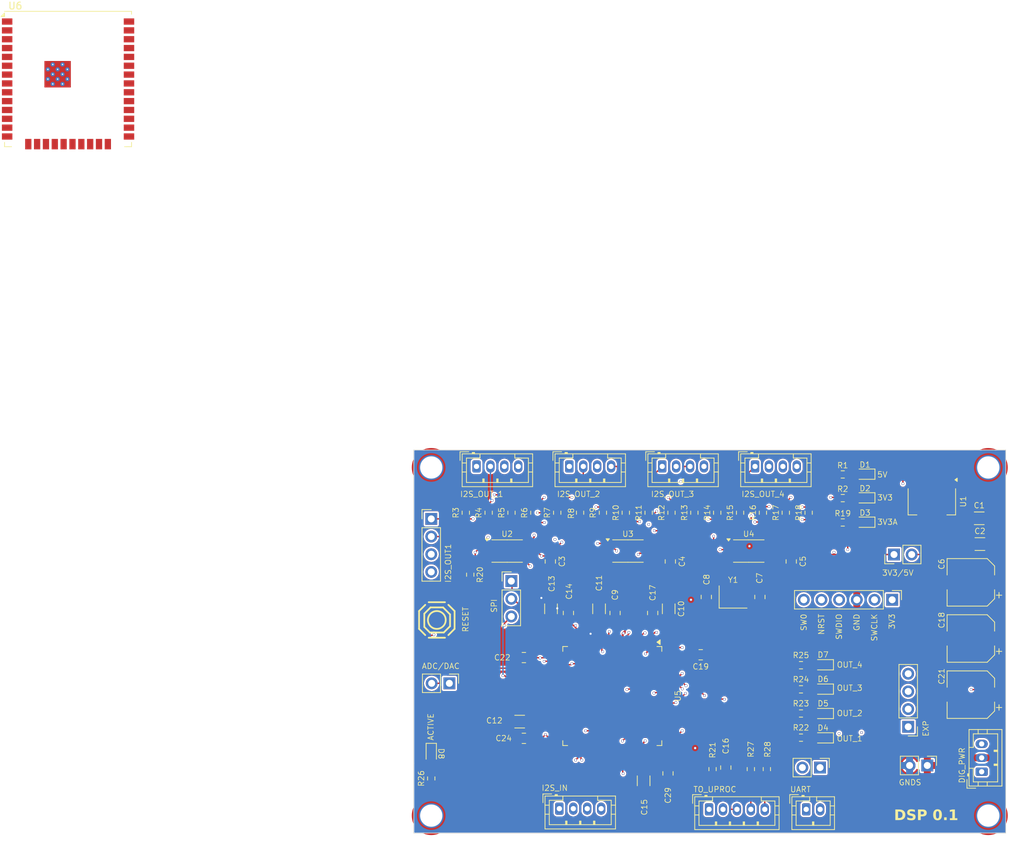
<source format=kicad_pcb>
(kicad_pcb (version 20240108) (generator "pcbnew") (generator_version "8.0")
  (layers (0 "F.Cu" signal) (1 "In1.Cu" signal) (2 "In2.Cu" signal) (31 "B.Cu" signal) (34 "B.Paste" user) (35 "F.Paste" user) (36 "B.SilkS" user "B.Silkscreen") (37 "F.SilkS" user "F.Silkscreen") (38 "B.Mask" user) (39 "F.Mask" user) (44 "Edge.Cuts" user))
  (net 0 "")
  (net 1 "GND")
  (net 2 "3V3")
  (net 3 "5V")
  (net 4 "Net-(D1-A)")
  (net 5 "Net-(D2-A)")
  (net 6 "SDA")
  (net 7 "SCL")
  (net 8 "I2S_IN_LRCLK")
  (net 9 "I2S_IN_DATA")
  (net 10 "I2S_IN_BCLK")
  (net 11 "I2S_OUT_1_DATA")
  (net 12 "I2S_OUT_4_DATA")
  (net 13 "I2S_OUT_2_DATA")
  (net 14 "I2S_OUT_3_DATA")
  (net 15 "SWDIO")
  (net 16 "SWCLK")
  (net 17 "OSC_IN")
  (net 18 "UART1_TX")
  (net 19 "OSC_OUT")
  (net 20 "SWO")
  (net 21 "UART1_RX")
  (net 22 "I2S_IN_MCLK")
  (net 23 "I2S_OUT_MCLK")
  (net 24 "3V3A")
  (net 25 "AGND")
  (net 26 "PROCESS_RIGHT")
  (net 27 "PROCESS_LEFT")
  (net 28 "PROCESS_SW")
  (net 29 "Net-(D3-A)")
  (net 30 "Net-(D4-A)")
  (net 31 "Net-(D5-A)")
  (net 32 "Net-(D6-A)")
  (net 33 "PROCESS_FOUR")
  (net 34 "Net-(U1-GND)")
  (net 35 "I2S_OUT_LRCLK1")
  (net 36 "I2S_OUT_BCLK1")
  (net 37 "I2S_OUT_MCLK1")
  (net 38 "CLOCKS_EN")
  (net 39 "Net-(D7-A)")
  (net 40 "Net-(D8-A)")
  (net 41 "DSP_ACTIVE")
  (net 42 "I2S_OUT_BCLK2")
  (net 43 "I2S_OUT_MCLK2")
  (net 44 "I2S_OUT_LRCLK2")
  (net 45 "I2S_OUT_MCLK3")
  (net 46 "I2S_OUT_LRCLK3")
  (net 47 "I2S_OUT_BCLK3")
  (net 48 "I2S_OUT_BCLK4")
  (net 49 "I2S_OUT_MCLK4")
  (net 50 "I2S_OUT_LRCLK4")
  (net 51 "Net-(U2-OUT1)")
  (net 52 "Net-(U4-OUT1)")
  (net 53 "Net-(U2-OUT2)")
  (net 54 "Net-(U4-OUT2)")
  (net 55 "Net-(U4-OUT3)")
  (net 56 "Net-(U2-OUT4)")
  (net 57 "Net-(U4-OUT4)")
  (net 58 "Net-(U2-OUT3)")
  (net 59 "BOOT0")
  (net 60 "DSP_NRST")
  (net 61 "DSP_INT")
  (net 62 "Net-(U5-VREF+)")
  (net 63 "Net-(U3-OUT1)")
  (net 64 "Net-(U3-OUT2)")
  (net 65 "Net-(U3-OUT3)")
  (net 66 "Net-(U3-OUT4)")
  (net 67 "Net-(U5-PC1)")
  (net 111 "SPI_MOSI")
  (net 112 "Net-(U5-PE3)")
  (net 113 "Net-(U5-PE6)")
  (net 114 "Net-(U5-PA7)")
  (net 115 "ADC")
  (net 116 "DAC")
  (net 117 "SPI_MISO")
  (net 119 "SPI_CLK")
  (net 121 "Net-(C12-Pad1)")
  (net 122 "Net-(C15-Pad1)")
  (net 124 "EXT1")
  (net 125 "EXT3")
  (net 126 "EXT4")
  (net 127 "EXT2")
  (net 130 "Net-(U6-GND-Pad1)")
  (footprint "Resistor_SMD:R_0603_1608Metric" (layer "F.Cu") (at 121.0364 73.565)
    (property "Reference" "R19")
    (property "Value" "150R")
  )
  (footprint "Capacitor_SMD:C_1206_3216Metric" (layer "F.Cu") (at 140.7364 76.665)
    (property "Reference" "C2")
    (property "Value" "10u")
  )
  (footprint "Resistor_SMD:R_0603_1608Metric" (layer "F.Cu") (at 116.1364 72.165 90)
    (property "Reference" "R18")
    (property "Value" "22R")
  )
  (footprint "Resistor_SMD:R_0603_1608Metric" (layer "F.Cu") (at 112.8537 72.165 90)
    (property "Reference" "R17")
    (property "Value" "22R")
  )
  (footprint "Resistor_SMD:R_0603_1608Metric" (layer "F.Cu") (at 70.1791 72.165 90)
    (property "Reference" "R4")
    (property "Value" "22R")
  )
  (footprint "MountingHole:MountingHole_3.2mm_M3_DIN965_Pad_TopOnly" (layer "F.Cu") (at 61.9364 65.665)
    (property "Reference" "H1" (hide yes))
    (property "Value" "MountingHole")
  )
  (footprint "Resistor_SMD:R_0603_1608Metric" (layer "F.Cu") (at 103.0057 72.165 90)
    (property "Reference" "R14")
    (property "Value" "22R")
  )
  (footprint "Resistor_SMD:R_0603_1608Metric" (layer "F.Cu") (at 96.4404 72.165 90)
    (property "Reference" "R12")
    (property "Value" "22R")
  )
  (footprint "MountingHole:MountingHole_3.2mm_M3_DIN965_Pad_TopOnly" (layer "F.Cu") (at 141.9364 65.665)
    (property "Reference" "H2" (hide yes))
    (property "Value" "MountingHole")
  )
  (footprint "Resistor_SMD:R_0603_1608Metric" (layer "F.Cu") (at 66.8964 72.165 90)
    (property "Reference" "R3")
    (property "Value" "22R")
  )
  (footprint "Package_SO:TSSOP-8_4.4x3mm_P0.65mm" (layer "F.Cu") (at 107.5364 77.665)
    (property "Reference" "U4")
    (property "Value" "PI6CV304")
  )
  (footprint "Connector_JST:JST_PH_B4B-PH-K_1x04_P2.00mm_Vertical" (layer "F.Cu") (at 108.4364 65.515)
    (property "Reference" "J4" (hide yes))
    (property "Value" "Conn_01x04_Pin")
  )
  (footprint "Capacitor_SMD:C_0805_2012Metric" (layer "F.Cu") (at 96.2739 79.165 -90)
    (property "Reference" "C4")
    (property "Value" "0.1u")
  )
  (footprint "Resistor_SMD:R_0603_1608Metric" (layer "F.Cu") (at 115.0364 97.5316)
    (property "Reference" "R24")
    (property "Value" "150R")
  )
  (footprint "Diode_SMD:D_0603_1608Metric" (layer "F.Cu") (at 118.2114 93.9983 180)
    (property "Reference" "D7")
    (property "Value" "BLUE")
  )
  (footprint "Resistor_SMD:R_0603_1608Metric" (layer "F.Cu") (at 106.2884 72.165 90)
    (property "Reference" "R15")
    (property "Value" "22R")
  )
  (footprint "Connector_PinHeader_2.54mm:PinHeader_1x06_P2.54mm_Vertical" (layer "F.Cu") (at 128.1364 84.665 -90)
    (property "Reference" "J5" (hide yes))
    (property "Value" "Conn_01x06_Pin")
  )
  (footprint "Capacitor_SMD:C_0805_2012Metric" (layer "F.Cu") (at 75.2414 92.965 180)
    (property "Reference" "C22")
    (property "Value" "0.1u")
  )
  (footprint "Capacitor_SMD:C_1206_3216Metric" (layer "F.Cu") (at 86.0364 85.965 90)
    (property "Reference" "C11")
    (property "Value" "10u")
  )
  (footprint "Capacitor_SMD:C_0805_2012Metric" (layer "F.Cu") (at 113.6364 79.165 -90)
    (property "Reference" "C5")
    (property "Value" "0.1u")
  )
  (footprint "Resistor_SMD:R_0603_1608Metric" (layer "F.Cu") (at 115.0364 100.9983)
    (property "Reference" "R23")
    (property "Value" "150R")
  )
  (footprint "Resistor_SMD:R_0603_1608Metric" (layer "F.Cu") (at 86.5924 72.165 90)
    (property "Reference" "R9")
    (property "Value" "22R")
  )
  (footprint "Capacitor_SMD:CP_Elec_6.3x7.7" (layer "F.Cu") (at 139.4364 90.2275 180)
    (property "Reference" "C18")
    (property "Value" "220u")
  )
  (footprint "RF_Module:ESP32-WROOM-32U" (layer "F.Cu") (at 9.775 9.875)
    (property "Reference" "U6")
    (property "Value" "ESP32-WROOM-32U")
  )
  (footprint "Resistor_SMD:R_0603_1608Metric" (layer "F.Cu") (at 121.0364 70.065)
    (property "Reference" "R2")
    (property "Value" "150R")
  )
  (footprint "Capacitor_SMD:C_1206_3216Metric" (layer "F.Cu") (at 79.1364 85.965 -90)
    (property "Reference" "C13")
    (property "Value" "10u")
  )
  (footprint "MountingHole:MountingHole_3.2mm_M3_DIN965_Pad_TopOnly" (layer "F.Cu") (at 141.9364 115.665)
    (property "Reference" "H4" (hide yes))
    (property "Value" "MountingHole")
  )
  (footprint "Connector_JST:JST_PH_B4B-PH-K_1x04_P2.00mm_Vertical" (layer "F.Cu") (at 95.1031 65.515)
    (property "Reference" "J3" (hide yes))
    (property "Value" "Conn_01x04_Pin")
  )
  (footprint "Connector_PinHeader_2.54mm:PinHeader_1x02_P2.54mm_Vertical" (layer "F.Cu") (at 117.7764 108.765 -90)
    (property "Reference" "J15" (hide yes))
    (property "Value" "Conn_01x02_Pin")
  )
  (footprint "Capacitor_SMD:CP_Elec_6.3x7.7" (layer "F.Cu") (at 139.4364 82.165 180)
    (property "Reference" "C6")
    (property "Value" "220u")
  )
  (footprint "Package_SO:TSSOP-8_4.4x3mm_P0.65mm" (layer "F.Cu") (at 90.1864 77.665)
    (property "Reference" "U3")
    (property "Value" "PI6CV304")
  )
  (footprint "Connector_PinHeader_2.54mm:PinHeader_1x03_P2.54mm_Vertical" (layer "F.Cu") (at 73.4364 81.985)
    (property "Reference" "J8" (hide yes))
    (property "Value" "Conn_01x03_Pin")
  )
  (footprint "Capacitor_SMD:C_0805_2012Metric" (layer "F.Cu") (at 100.6364 92.565)
    (property "Reference" "C19")
    (property "Value" "0.1u")
  )
  (footprint "Resistor_SMD:R_0603_1608Metric" (layer "F.Cu") (at 115.0364 94.065)
    (property "Reference" "R25")
    (property "Value" "150R")
  )
  (footprint "Resistor_SMD:R_0603_1608Metric" (layer "F.Cu") (at 110.1364 108.985 90)
    (property "Reference" "R28")
    (property "Value" "4.7K")
  )
  (footprint "Package_QFP:LQFP-100_14x14mm_P0.5mm" (layer "F.Cu") (at 87.9364 98.49 -90)
    (property "Reference" "U5")
    (property "Value" "STM32H723VGTx")
  )
  (footprint "Resistor_SMD:R_0603_1608Metric" (layer "F.Cu") (at 73.4617 72.165 90)
    (property "Reference" "R5")
    (property "Value" "22R")
  )
  (footprint "Package_TO_SOT_SMD:SOT-223-3_TabPin2" (layer "F.Cu") (at 133.8364 70.565 -90)
    (property "Reference" "U1")
    (property "Value" "AMS1117-3.3")
  )
  (footprint "Capacitor_SMD:C_0805_2012Metric" (layer "F.Cu") (at 101.4364 84.265 90)
    (property "Reference" "C8")
    (property "Value" "20p")
  )
  (footprint "Resistor_SMD:R_0603_1608Metric" (layer "F.Cu") (at 89.8751 72.165 90)
    (property "Reference" "R10")
    (property "Value" "22R")
  )
  (footprint "Resistor_SMD:R_0603_1608Metric" (layer "F.Cu") (at 67.5364 81.065 90)
    (property "Reference" "R20")
    (property "Value" "4.7K")
  )
  (footprint "Resistor_SMD:R_0603_1608Metric" (layer "F.Cu") (at 99.7231 72.165 90)
    (property "Reference" "R13")
    (property "Value" "22R")
  )
  (footprint "Resistor_SMD:R_0603_1608Metric" (layer "F.Cu") (at 61.9364 110.3275 90)
    (property "Reference" "R26")
    (property "Value" "150R")
  )
  (footprint "Capacitor_SMD:C_1206_3216Metric" (layer "F.Cu") (at 92.4364 110.665 -90)
    (property "Reference" "C15")
    (property "Value" "2.2u")
  )
  (footprint "Connector_JST:JST_PH_B4B-PH-K_1x04_P2.00mm_Vertical" (layer "F.Cu") (at 80.3364 114.665)
    (property "Reference" "J7" (hide yes))
    (property "Value" "Conn_01x04_Pin")
  )
  (footprint "Package_SO:TSSOP-8_4.4x3mm_P0.65mm" (layer "F.Cu") (at 72.8364 77.665)
    (property "Reference" "U2")
    (property "Value" "PI6CV304")
  )
  (footprint "Resistor_SMD:R_0603_1608Metric" (layer "F.Cu") (at 102.3364 108.985 -90)
    (property "Reference" "R21")
    (property "Value" "4.7K")
  )
  (footprint "easyeda2kicad:SW-SMD_4P-L5.1-W5.1-P3.70-LS6.5-TL_H1.5" (layer "F.Cu") (at 62.7364 87.565 90)
    (property "Reference" "SW2" (hide yes))
    (property "Value" "TS-1187A-B-A-B")
  )
  (footprint "Resistor_SMD:R_0603_1608Metric" (layer "F.Cu") (at 107.8364 108.985 -90)
    (property "Reference" "R27")
    (property "Value" "4.7K")
  )
  (footprint "MountingHole:MountingHole_3.2mm_M3_DIN965_Pad_TopOnly" (layer "F.Cu") (at 61.9364 115.665)
    (property "Reference" "H3" (hide yes))
    (property "Value" "MountingHole")
  )
  (footprint "Capacitor_SMD:C_1206_3216Metric" (layer "F.Cu") (at 96.0364 85.965 90)
    (property "Reference" "C10")
    (property "Value" "10u")
  )
  (footprint "Connector_JST:JST_PH_B4B-PH-K_1x04_P2.00mm_Vertical" (layer "F.Cu") (at 81.7697 65.515)
    (property "Reference" "J2" (hide yes))
    (property "Value" "Conn_01x04_Pin")
  )
  (footprint "Connector_JST:JST_PH_B5B-PH-K_1x05_P2.00mm_Vertical" (layer "F.Cu") (at 101.8364 114.765)
    (property "Reference" "J19" (hide yes))
    (property "Value" "Conn_01x05_Pin")
  )
  (footprint "Capacitor_SMD:C_0805_2012Metric" (layer "F.Cu") (at 104.2364 108.765 90)
    (property "Reference" "C16")
    (property "Value" "0.1u")
  )
  (footprint "Capacitor_SMD:CP_Elec_6.3x7.7" (layer "F.Cu") (at 139.4364 98.29 180)
    (property "Reference" "C21")
    (property "Value" "220u")
  )
  (footprint "Diode_SMD:D_0603_1608Metric" (layer "F.Cu") (at 124.1739 70.025 180)
    (property "Reference" "D2")
    (property "Value" "BLUE")
  )
  (footprint "Resistor_SMD:R_0603_1608Metric" (layer "F.Cu") (at 76.7444 72.165 90)
    (property "Reference" "R6")
    (property "Value" "22R")
  )
  (footprint "Diode_SMD:D_0603_1608Metric" (layer "F.Cu") (at 118.2114 100.9983 180)
    (property "Reference" "D5")
    (property "Value" "BLUE")
  )
  (footprint "Connector_JST:JST_PH_B2B-PH-K_1x02_P2.00mm_Vertical" (layer "F.Cu") (at 115.7864 114.765)
    (property "Reference" "J9" (hide yes))
    (property "Value" "Conn_01x02_Male")
  )
  (footprint "Diode_SMD:D_0603_1608Metric" (layer "F.Cu") (at 61.9364 106.765 -90)
    (property "Reference" "D8")
    (property "Value" "BLUE")
  )
  (footprint "Connector_JST:JST_PH_B3B-PH-K_1x03_P2.00mm_Vertical" (layer "F.Cu") (at 140.9864 109.365 90)
    (property "Reference" "J6" (hide yes))
    (property "Value" "Conn_01x03_Pin")
  )
  (footprint "Connector_PinHeader_2.54mm:PinHeader_1x04_P2.54mm_Vertical" (layer "F.Cu") (at 61.9364 73.045)
    (property "Reference" "J13" (hide yes))
    (property "Value" "Conn_01x04_Pin")
  )
  (footprint "Diode_SMD:D_0603_1608Metric" (layer "F.Cu") (at 124.1739 66.625 180)
    (property "Reference" "D1")
    (property "Value" "BLUE")
  )
  (footprint "Resistor_SMD:R_0603_1608Metric" (layer "F.Cu") (at 109.5711 72.165 90)
    (property "Reference" "R16")
    (property "Value" "22R")
  )
  (footprint "Crystal:Crystal_SMD_SeikoEpson_FA238-4Pin_3.2x2.5mm" (layer "F.Cu") (at 105.2864 84.265)
    (property "Reference" "Y1")
    (property "Value" "25 MHz")
  )
  (footprint "Resistor_SMD:R_0603_1608Metric" (layer "F.Cu") (at 80.0271 72.165 90)
    (property "Reference" "R7")
    (property "Value" "22R")
  )
  (footprint "Connector_PinHeader_2.54mm:PinHeader_1x02_P2.54mm_Vertical" (layer "F.Cu") (at 64.5364 96.665 -90)
    (property "Reference" "J17" (hide yes))
    (property "Value" "Conn_01x02_Pin")
  )
  (footprint "Connector_PinHeader_2.54mm:PinHeader_1x04_P2.54mm_Vertical" (layer "F.Cu") (at 130.4364 102.905 180)
    (property "Reference" "J18" (hide yes))
    (property "Value" "Conn_01x04_Pin")
  )
  (footprint "Capacitor_SMD:C_0805_2012Metric" (layer "F.Cu") (at 88.3364 86.565 -90)
    (property "Reference" "C9")
    (property "Value" "0.1u")
  )
  (footprint "Diode_SMD:D_0603_1608Metric" (layer "F.Cu") (at 124.1739 73.525 180)
    (property "Reference" "D3")
    (property "Value" "BLUE")
  )
  (footprint "Capacitor_SMD:C_0805_2012Metric" (layer "F.Cu") (at 109.1364 84.265 -90)
    (property "Reference" "C7")
    (property "Value" "20p")
  )
  (footprint "Connector_PinHeader_2.54mm:PinHeader_1x02_P2.54mm_Vertical" (layer "F.Cu") (at 128.3964 78.165 90)
    (property "Reference" "J14" (hide yes))
    (property "Value" "Conn_01x02_Pin")
  )
  (footprint "Diode_SMD:D_0603_1608Metric" (layer "F.Cu") (at 118.2114 97.4982 180)
    (property "Reference" "D6")
    (property "Value" "BLUE")
  )
  (footprint "Diode_SMD:D_0603_1608Metric" (layer "F.Cu") (at 118.2114 104.4983 180)
    (property "Reference" "D4")
    (property "Value" "BLUE")
  )
  (footprint "Resistor_SMD:R_0603_1608Metric" (layer "F.Cu") (at 93.1577 72.165 90)
    (property "Reference" "R11")
    (property "Value" "22R")
  )
  (footprint "Connector_JST:JST_PH_B4B-PH-K_1x04_P2.00mm_Vertical" (layer "F.Cu") (at 68.4364 65.515)
    (property "Reference" "J1" (hide yes))
    (property "Value" "Conn_01x04_Pin")
  )
  (footprint "Capacitor_SMD:C_1206_3216Metric" (layer "F.Cu") (at 74.6364 102.165 180)
    (property "Reference" "C12")
    (property "Value" "2.2u")
  )
  (footprint "Resistor_SMD:R_0603_1608Metric" (layer "F.Cu") (at 83.3097 72.165 -90)
    (property "Reference" "R8")
    (property "Value" "22R")
  )
  (footprint "Capacitor_SMD:C_0805_2012Metric" (layer "F.Cu") (at 75.2414 104.565 180)
    (property "Reference" "C24")
    (property "Value" "0.1u")
  )
  (footprint "Capacitor_SMD:C_0805_2012Metric" (layer "F.Cu") (at 79.0364 79.165 -90)
    (property "Reference" "C3")
    (property "Value" "0.1u")
  )
  (footprint "Connector_PinHeader_2.54mm:PinHeader_1x02_P2.54mm_Vertical" (layer "F.Cu") (at 133.1764 108.465 -90)
    (property "Reference" "J11" (hide yes))
    (property "Value" "Conn_01x02_Pin")
  )
  (footprint "Resistor_SMD:R_0603_1608Metric" (layer "F.Cu") (at 121.0364 66.665)
    (property "Reference" "R1")
    (property "Value" "150R")
  )
  (footprint "Capacitor_SMD:C_1206_3216Metric" (layer "F.Cu") (at 140.6364 72.965)
    (property "Reference" "C1")
    (property "Value" "10u")
  )
  (footprint "Capacitor_SMD:C_0805_2012Metric" (layer "F.Cu") (at 93.7364 86.565 90)
    (property "Reference" "C17")
    (property "Value" "0.1u")
  )
  (footprint "Capacitor_SMD:C_0805_2012Metric" (layer "F.Cu") (at 81.6364 86.565 -90)
    (property "Reference" "C14")
    (property "Value" "0.1u")
  )
  (footprint "Capacitor_SMD:C_0805_2012Metric" (layer "F.Cu") (at 95.9364 109.6025 -90)
    (property "Reference" "C29")
    (property "Value" "0.1u")
  )
  (footprint "Resistor_SMD:R_0603_1608Metric" (layer "F.Cu") (at 115.0364 104.465)
    (property "Reference" "R22")
    (property "Value" "150R")
  )
  (gr_line (start 59.4364 108.165) (end 59.4364 63.165) (stroke (width 0.1)) (layer "Edge.Cuts"))
  (gr_line (start 59.4364 118.165) (end 59.4364 108.165) (stroke (width 0.1)) (layer "Edge.Cuts"))
  (gr_line (start 144.4364 118.165) (end 144.4364 63.165) (stroke (width 0.1)) (layer "Edge.Cuts"))
  (gr_line (start 59.4364 63.165) (end 144.4364 63.165) (stroke (width 0.1)) (layer "Edge.Cuts"))
  (gr_line (start 59.4364 118.165) (end 144.4364 118.165) (stroke (width 0.1)) (layer "Edge.Cuts"))
  (gr_text "DSP 0.1" (at 137.6364 116.565 0) (layer "F.SilkS") (effects (font (size 1.5 1.5) (thickness 0.1) (bold yes)) (justify right bottom)))
  (gr_text "I2S_OUT_3" (at 93.4364 69.965 0) (layer "F.SilkS") (effects (font (size 0.8 0.8) (thickness 0.1)) (justify left bottom)))
  (gr_text "DIG_PWR" (at 138.6364 111.065 90) (layer "F.SilkS") (effects (font (size 0.8 0.8) (thickness 0.1)) (justify left bottom)))
  (gr_text "I2S_IN" (at 77.7364 112.165 0) (layer "F.SilkS") (effects (font (size 0.8 0.8) (thickness 0.1)) (justify left bottom)))
  (gr_text "SW0" (at 115.9064 89.193572 90) (layer "F.SilkS") (effects (font (size 0.8 0.8) (thickness 0.1)) (justify left bottom)))
  (gr_text "OUT_4" (at 120.1364 94.465 0) (layer "F.SilkS") (effects (font (size 0.8 0.8) (thickness 0.1)) (justify left bottom)))
  (gr_text "OUT_2\n" (at 120.1364 101.4316 0) (layer "F.SilkS") (effects (font (size 0.8 0.8) (thickness 0.1)) (justify left bottom)))
  (gr_text "ACTIVE" (at 62.3364 104.9275 90) (layer "F.SilkS") (effects (font (size 0.8 0.8) (thickness 0.1)) (justify left bottom)))
  (gr_text "3V3" (at 125.9364 70.465 0) (layer "F.SilkS") (effects (font (size 0.8 0.8) (thickness 0.1)) (justify left bottom)))
  (gr_text "I2S_OUT1" (at 64.8364 82.265 90) (layer "F.SilkS") (effects (font (size 0.8 0.8) (thickness 0.1)) (justify left bottom)))
  (gr_text "EXP" (at 133.4364 104.365 90) (layer "F.SilkS") (effects (font (size 0.8 0.8) (thickness 0.1)) (justify left bottom)))
  (gr_text "SPI" (at 71.4364 86.565 90) (layer "F.SilkS") (effects (font (size 0.8 0.8) (thickness 0.1)) (justify left bottom)))
  (gr_text "NRST" (at 118.4404 89.765 90) (layer "F.SilkS") (effects (font (size 0.8 0.8) (thickness 0.1)) (justify left bottom)))
  (gr_text "OUT_1" (at 120.1364 105.065 0) (layer "F.SilkS") (effects (font (size 0.8 0.8) (thickness 0.1)) (justify left bottom)))
  (gr_text "ADC/DAC" (at 60.5364 94.665 0) (layer "F.SilkS") (effects (font (size 0.8 0.8) (thickness 0.1)) (justify left bottom)))
  (gr_text "3V3/5V" (at 126.6364 81.265 0) (layer "F.SilkS") (effects (font (size 0.8 0.8) (thickness 0.1)) (justify left bottom)))
  (gr_text "3V3A" (at 125.9364 73.965 0) (layer "F.SilkS") (effects (font (size 0.8 0.8) (thickness 0.1)) (justify left bottom)))
  (gr_text "SWDIO" (at 120.9744 90.450714 90) (layer "F.SilkS") (effects (font (size 0.8 0.8) (thickness 0.1)) (justify left bottom)))
  (gr_text "SWCLK" (at 126.0424 90.679286 90) (layer "F.SilkS") (effects (font (size 0.8 0.8) (thickness 0.1)) (justify left bottom)))
  (gr_text "3V3\n" (at 128.5764 88.965 90) (layer "F.SilkS") (effects (font (size 0.8 0.8) (thickness 0.1)) (justify left bottom)))
  (gr_text "OUT_3" (at 120.1364 97.7982 0) (layer "F.SilkS") (effects (font (size 0.8 0.8) (thickness 0.1)) (justify left bottom)))
  (gr_text "I2S_OUT_1" (at 66.0364 69.965 0) (layer "F.SilkS") (effects (font (size 0.8 0.8) (thickness 0.1)) (justify left bottom)))
  (gr_text "5V" (at 125.9364 67.165 0) (layer "F.SilkS") (effects (font (size 0.8 0.8) (thickness 0.1)) (justify left bottom)))
  (gr_text "UART" (at 113.4364 112.365 0) (layer "F.SilkS") (effects (font (size 0.8 0.8) (thickness 0.1)) (justify left bottom)))
  (gr_text "I2S_OUT_2" (at 79.9364 69.965 0) (layer "F.SilkS") (effects (font (size 0.8 0.8) (thickness 0.1)) (justify left bottom)))
  (gr_text "TO_UPROC" (at 99.5364 112.365 0) (layer "F.SilkS") (effects (font (size 0.8 0.8) (thickness 0.1)) (justify left bottom)))
  (gr_text "GND\n" (at 123.5084 89.193571 90) (layer "F.SilkS") (effects (font (size 0.8 0.8) (thickness 0.1)) (justify left bottom)))
  (gr_text "RESET\n" (at 67.3364 89.365 90) (layer "F.SilkS") (effects (font (size 0.8 0.8) (thickness 0.1)) (justify left bottom)))
  (gr_text "I2S_OUT_4" (at 106.4364 69.965 0) (layer "F.SilkS") (effects (font (size 0.8 0.8) (thickness 0.1)) (justify left bottom)))
  (gr_text "GNDS" (at 129.0364 111.365 0) (layer "F.SilkS") (effects (font (size 0.8 0.8) (thickness 0.1)) (justify left bottom)))
  (segment (start 89.4364 89.565) (end 89.5364 89.465) (width 0.2) (layer "F.Cu") (net 1))
  (segment (start 89.4364 90.815) (end 89.4364 89.565) (width 0.2) (layer "F.Cu") (net 1))
  (via (at 89.5364 89.465) (size 0.4) (drill 0.3) (layers "F.Cu" "B.Cu") (net 1))
  (via (at 107.6364 76.965) (size 0.4) (drill 0.3) (layers "F.Cu" "B.Cu") (net 1))
  (via (at 99.8364 105.965) (size 0.4) (drill 0.3) (layers "F.Cu" "B.Cu") (net 1))
  (via (at 99.2364 84.665) (size 0.4) (drill 0.3) (layers "F.Cu" "B.Cu") (net 1))
  (segment (start 120.1096 69.9632) (end 120.2114 70.065) (width 0.2) (layer "F.Cu") (net 2))
  (segment (start 77.7654 78.3738) (end 78.8776 78.3738) (width 0.2) (layer "F.Cu") (net 2))
  (segment (start 77.7654 78.3738) (end 77.7654 78.3754) (width 0.2) (layer "F.Cu") (net 2))
  (segment (start 88.9364 90.815) (end 88.9364 91.7244) (width 0.2) (layer "F.Cu") (net 2))
  (segment (start 114.6838 78.1649) (end 114.6583 78.1394) (width 0.2) (layer "F.Cu") (net 2))
  (segment (start 102.2095 108.2869) (end 96.0583 108.2869) (width 0.2) (layer "F.Cu") (net 2))
  (segment (start 91.4364 91.6763) (end 91.4364 90.815) (width 0.2) (layer "F.Cu") (net 2))
  (segment (start 111.2045 78.1394) (end 111.0551 77.99) (width 0.2) (layer "F.Cu") (net 2))
  (segment (start 96.0489 77.99) (end 93.0489 77.99) (width 0.2) (layer "F.Cu") (net 2))
  (segment (start 78.3434 104.0272) (end 77.8056 104.565) (width 0.2) (layer "F.Cu") (net 2))
  (segment (start 96.0583 108.2869) (end 93.9364 106.165) (width 0.2) (layer "F.Cu") (net 2))
  (segment (start 91.4364 90.815) (end 91.4364 89.815) (width 0.2) (layer "F.Cu") (net 2))
  (segment (start 98.5159 89.9195) (end 96.0364 87.44) (width 0.2) (layer "F.Cu") (net 2))
  (segment (start 102.3364 108.16) (end 102.2095 108.2869) (width 0.2) (layer "F.Cu") (net 2))
  (segment (start 119.7691 78.165) (end 119.7691 77.8492) (width 0.2) (layer "F.Cu") (net 2))
  (segment (start 99.6114 92.49) (end 99.6864 92.565) (width 0.2) (layer "F.Cu") (net 2))
  (segment (start 114.6583 78.1394) (end 111.2045 78.1394) (width 0.2) (layer "F.Cu") (net 2))
  (segment (start 114.6838 78.165) (end 114.6838 78.1649) (width 0.2) (layer "F.Cu") (net 2))
  (segment (start 80.2614 92.99) (end 77.573 92.99) (width 0.2) (layer "F.Cu") (net 2))
  (segment (start 98.5159 92.49) (end 99.6114 92.49) (width 0.2) (layer "F.Cu") (net 2))
  (segment (start 93.9364 106.165) (end 93.9364 105.3154) (width 0.2) (layer "F.Cu") (net 2))
  (segment (start 91.4364 89.815) (end 93.7364 87.515) (width 0.2) (layer "F.Cu") (net 2))
  (segment (start 113.6364 78.215) (end 114.6338 78.215) (width 0.2) (layer "F.Cu") (net 2))
  (segment (start 77.573 93.0241) (end 77.573 92.99) (width 0.2) (layer "F.Cu") (net 2))
  (segment (start 103.0374 108.861) (end 104.8889 108.861) (width 0.2) (layer "F.Cu") (net 2))
  (segment (start 93.7364 87.515) (end 95.9614 87.515) (width 0.2) (layer "F.Cu") (net 2))
  (segment (start 78.8776 78.3738) (end 79.0364 78.215) (width 0.2) (layer "F.Cu") (net 2))
  (segment (start 119.2945 69.9632) (end 120.1096 69.9632) (width 0.2) (layer "F.Cu") (net 2))
  (segment (start 91.6749 78.1583) (end 91.8432 77.99) (width 0.2) (layer "F.Cu") (net 2))
  (segment (start 114.6338 78.215) (end 114.6838 78.165) (width 0.2) (layer "F.Cu") (net 2))
  (segment (start 98.5159 92.49) (end 98.5159 89.9195) (width 0.2) (layer "F.Cu") (net 2))
  (segment (start 89.922 104.4144) (end 89.3913 104.9451) (width 0.2) (layer "F.Cu") (net 2))
  (segment (start 102.3364 108.16) (end 103.0374 108.861) (width 0.2) (layer "F.Cu") (net 2))
  (segment (start 89.1295 91.9175) (end 91.1952 91.9175) (width 0.2) (layer "F.Cu") (net 2))
  (segment (start 91.8432 77.99) (end 93.0489 77.99) (width 0.2) (layer "F.Cu") (net 2))
  (segment (start 127.2447 78.165) (end 119.7691 78.165) (width 0.2) (layer "F.Cu") (net 2))
  (segment (start 96.2739 78.215) (end 96.0489 77.99) (width 0.2) (layer "F.Cu") (net 2))
  (segment (start 95.9364 108.6525) (end 96.0583 108.5306) (width 0.2) (layer "F.Cu") (net 2))
  (segment (start 91.1952 91.9175) (end 91.4364 91.6763) (width 0.2) (layer "F.Cu") (net 2))
  (segment (start 95.6114 92.49) (end 98.5159 92.49) (width 0.2) (layer "F.Cu") (net 2))
  (segment (start 80.2614 92.99) (end 87.6708 92.99) (width 0.2) (layer "F.Cu") (net 2))
  (segment (start 109.3734 108.923) (end 110.1364 108.16) (width 0.2) (layer "F.Cu") (net 2))
  (segment (start 104.8889 108.861) (end 104.9509 108.923) (width 0.2) (layer "F.Cu") (net 2))
  (segment (start 88.9364 91.7244) (end 89.1295 91.9175) (width 0.2) (layer "F.Cu") (net 2))
  (segment (start 96.0583 108.5306) (end 96.0583 108.2869) (width 0.2) (layer "F.Cu") (net 2))
  (segment (start 104.9509 108.923) (end 109.3734 108.923) (width 0.2) (layer "F.Cu") (net 2))
  (segment (start 95.9614 87.515) (end 96.0364 87.44) (width 0.2) (layer "F.Cu") (net 2))
  (segment (start 139.4889 97.5642) (end 141.4106 97.5642) (width 0.2) (layer "F.Cu") (net 2))
  (segment (start 87.6708 92.99) (end 88.9364 91.7244) (width 0.2) (layer "F.Cu") (net 2))
  (segment (start 128.3964 78.165) (end 127.2447 78.165) (width 0.2) (layer "F.Cu") (net 2))
  (segment (start 76.2164 92.99) (end 76.1914 92.965) (width 0.2) (layer "F.Cu") (net 2))
  (segment (start 119.7691 78.165) (end 114.6838 78.165) (width 0.2) (layer "F.Cu") (net 2))
  (segment (start 78.8062 104.49) (end 78.3434 104.0272) (width 0.2) (layer "F.Cu") (net 2))
  (segment (start 77.573 92.99) (end 76.2164 92.99) (width 0.2) (layer "F.Cu") (net 2))
  (segment (start 93.0354 104.4144) (end 89.922 104.4144) (width 0.2) (layer "F.Cu") (net 2))
  (segment (start 77.8056 104.565) (end 76.1914 104.565) (width 0.2) (layer "F.Cu") (net 2))
  (segment (start 80.2614 104.49) (end 78.8062 104.49) (width 0.2) (layer "F.Cu") (net 2))
  (segment (start 111.0551 77.99) (end 110.3989 77.99) (width 0.2) (layer "F.Cu") (net 2))
  (segment (start 77.7654 78.3738) (end 77.3816 77.99) (width 0.2) (layer "F.Cu") (net 2))
  (segment (start 93.9364 105.3154) (end 93.0354 104.4144) (width 0.2) (layer "F.Cu") (net 2))
  (segment (start 77.3816 77.99) (end 75.6989 77.99) (width 0.2) (layer "F.Cu") (net 2))
  (segment (start 141.4106 97.5642) (end 142.1364 98.29) (width 0.2) (layer "F.Cu") (net 2))
  (via (at 78.3434 104.0272) (size 0.4) (drill 0.3) (layers "F.Cu" "B.Cu") (net 2))
  (via (at 89.3913 104.9451) (size 0.4) (drill 0.3) (layers "F.Cu" "B.Cu") (net 2))
  (via (at 77.7654 78.3754) (size 0.4) (drill 0.3) (layers "F.Cu" "B.Cu") (net 2))
  (via (at 139.4889 97.5642) (size 0.4) (drill 0.3) (layers "F.Cu" "B.Cu") (net 2))
  (via (at 91.6749 78.1583) (size 0.4) (drill 0.3) (layers "F.Cu" "B.Cu") (net 2))
  (via (at 77.573 93.0241) (size 0.4) (drill 0.3) (layers "F.Cu" "B.Cu") (net 2))
  (via (at 119.7691 77.8492) (size 0.4) (drill 0.3) (layers "F.Cu" "B.Cu") (net 2))
  (via (at 119.2945 69.9632) (size 0.4) (drill 0.3) (layers "F.Cu" "B.Cu") (net 2))
  (segment (start 121.0217 67.4753) (end 120.2114 66.665) (width 0.2) (layer "F.Cu") (net 3))
  (segment (start 131.4761 67.4753) (end 129.6761 67.4753) (width 0.2) (layer "F.Cu") (net 3))
  (segment (start 139.2614 76.665) (end 138.9244 77.002) (width 0.2) (layer "F.Cu") (net 3))
  (segment (start 138.9244 77.002) (end 138.9244 78.165) (width 0.2) (layer "F.Cu") (net 3))
  (segment (start 129.6761 67.4753) (end 121.0217 67.4753) (width 0.2) (layer "F.Cu") (net 3))
  (segment (start 129.6761 67.9917) (end 129.6761 67.4753) (width 0.2) (layer "F.Cu") (net 3))
  (segment (start 138.9244 78.165) (end 138.9244 87.0155) (width 0.2) (layer "F.Cu") (net 3))
  (segment (start 138.9244 87.0155) (end 142.1364 90.2275) (width 0.2) (layer "F.Cu") (net 3))
  (segment (start 130.9364 78.165) (end 138.9244 78.165) (width 0.2) (layer "F.Cu") (net 3))
  (segment (start 131.5364 67.415) (end 131.4761 67.4753) (width 0.2) (layer "F.Cu") (net 3))
  (via (at 129.6761 67.9917) (size 0.4) (drill 0.3) (layers "F.Cu" "B.Cu") (net 3))
  (segment (start 123.3464 66.665) (end 123.3864 66.625) (width 0.2) (layer "F.Cu") (net 4))
  (segment (start 121.8614 66.665) (end 123.3464 66.665) (width 0.2) (layer "F.Cu") (net 4))
  (segment (start 123.3464 70.065) (end 123.3864 70.025) (width 0.2) (layer "F.Cu") (net 5))
  (segment (start 121.8614 70.065) (end 123.3464 70.065) (width 0.2) (layer "F.Cu") (net 5))
  (segment (start 95.6114 95.99) (end 98.748 95.99) (width 0.2) (layer "F.Cu") (net 6))
  (segment (start 98.748 95.99) (end 101.1817 98.4237) (width 0.2) (layer "F.Cu") (net 6))
  (via (at 101.1817 98.4237) (size 0.4) (drill 0.3) (layers "F.Cu" "B.Cu") (net 6))
  (segment (start 98.0034 96.49) (end 98.523 97.0096) (width 0.2) (layer "F.Cu") (net 7))
  (segment (start 95.6114 96.49) (end 98.0034 96.49) (width 0.2) (layer "F.Cu") (net 7))
  (via (at 98.523 97.0096) (size 0.4) (drill 0.3) (layers "F.Cu" "B.Cu") (net 7))
  (segment (start 94.338 103.99) (end 93.8267 103.4787) (width 0.2) (layer "F.Cu") (net 8))
  (segment (start 87.2041 76.5702) (end 87.3239 76.69) (width 0.2) (layer "F.Cu") (net 8))
  (segment (start 85.8403 76.5702) (end 87.2041 76.5702) (width 0.2) (layer "F.Cu") (net 8))
  (segment (start 95.6114 103.99) (end 94.338 103.99) (width 0.2) (layer "F.Cu") (net 8))
  (segment (start 92.9364 92.2016) (end 92.9364 90.815) (width 0.2) (layer "F.Cu") (net 8))
  (segment (start 92.7076 92.4304) (end 92.9364 92.2016) (width 0.2) (layer "F.Cu") (net 8))
  (segment (start 93.8267 103.4787) (end 84.1039 103.4787) (width 0.2) (layer "F.Cu") (net 8))
  (via (at 84.1039 103.4787) (size 0.4) (drill 0.3) (layers "F.Cu" "B.Cu") (net 8))
  (via (at 85.8403 76.5702) (size 0.4) (drill 0.3) (layers "F.Cu" "B.Cu") (net 8))
  (via (at 92.7076 92.4304) (size 0.4) (drill 0.3) (layers "F.Cu" "B.Cu") (net 8))
  (segment (start 90.1223 97.49) (end 90.0481 97.5642) (width 0.2) (layer "F.Cu") (net 9))
  (segment (start 95.6114 97.49) (end 90.1223 97.49) (width 0.2) (layer "F.Cu") (net 9))
  (via (at 90.0481 97.5642) (size 0.4) (drill 0.3) (layers "F.Cu" "B.Cu") (net 9))
  (segment (start 69.9739 75.8185) (end 69.9739 76.69) (width 0.2) (layer "F.Cu") (net 10))
  (segment (start 90.2641 93.8485) (end 82.1225 93.8485) (width 0.2) (layer "F.Cu") (net 10))
  (segment (start 92.4364 91.6762) (end 90.2641 93.8485) (width 0.2) (layer "F.Cu") (net 10))
  (segment (start 81.981 93.99) (end 82.1225 93.8485) (width 0.2) (layer "F.Cu") (net 10))
  (segment (start 70.1016 75.6908) (end 69.9739 75.8185) (width 0.2) (layer "F.Cu") (net 10))
  (segment (start 92.4364 90.815) (end 92.4364 91.6762) (width 0.2) (layer "F.Cu") (net 10))
  (segment (start 80.2614 93.99) (end 81.981 93.99) (width 0.2) (layer "F.Cu") (net 10))
  (via (at 79.6992 75.9986) (size 0.4) (drill 0.3) (layers "F.Cu" "B.Cu") (net 10))
  (via (at 70.1016 75.6908) (size 0.4) (drill 0.3) (layers "F.Cu" "B.Cu") (net 10))
  (via (at 82.1225 93.8485) (size 0.4) (drill 0.3) (layers "F.Cu" "B.Cu") (net 10))
  (segment (start 99.3744 67.7087) (end 97.7675 67.7087) (width 0.2) (layer "F.Cu") (net 11))
  (segment (start 103.0057 71.34) (end 99.3744 67.7087) (width 0.2) (layer "F.Cu") (net 11))
  (via (at 97.7675 67.7087) (size 0.4) (drill 0.3) (layers "F.Cu" "B.Cu") (net 11))
  (segment (start 115.2381 71.3449) (end 116.1315 71.3449) (width 0.2) (layer "F.Cu") (net 12))
  (segment (start 116.1315 71.3449) (end 116.1364 71.34) (width 0.2) (layer "F.Cu") (net 12))
  (via (at 115.2381 71.3449) (size 0.4) (drill 0.3) (layers "F.Cu" "B.Cu") (net 12))
  (segment (start 88.6714 70.1363) (end 89.8751 71.34) (width 0.2) (layer "F.Cu") (net 13))
  (segment (start 87.7697 65.515) (end 88.6714 65.515) (width 0.2) (layer "F.Cu") (net 13))
  (segment (start 88.6714 65.515) (end 88.6714 70.1363) (width 0.2) (layer "F.Cu") (net 13))
  (segment (start 78.1597 69.9632) (end 78.1212 69.9632) (width 0.2) (layer "F.Cu") (net 14))
  (segment (start 78.1212 69.9632) (end 76.7444 71.34) (width 0.2) (layer "F.Cu") (net 14))
  (via (at 78.1597 69.9632) (size 0.4) (drill 0.3) (layers "F.Cu" "B.Cu") (net 14))
  (segment (start 92.4364 106.165) (end 92.4364 105.1646) (width 0.2) (layer "F.Cu") (net 15))
  (segment (start 92.4364 105.1646) (end 92.6698 104.9312) (width 0.2) (layer "F.Cu") (net 15))
  (via (at 120.5164 103.865) (size 0.4) (drill 0.3) (layers "F.Cu" "B.Cu") (net 15))
  (via (at 92.6698 104.9312) (size 0.4) (drill 0.3) (layers "F.Cu" "B.Cu") (net 15))
  (segment (start 96.9624 104.49) (end 97.9726 103.4798) (width 0.2) (layer "F.Cu") (net 16))
  (segment (start 95.6114 104.49) (end 96.9624 104.49) (width 0.2) (layer "F.Cu") (net 16))
  (via (at 123.7319 103.7347) (size 0.4) (drill 0.3) (layers "F.Cu" "B.Cu") (net 16))
  (via (at 97.9726 103.4798) (size 0.4) (drill 0.3) (layers "F.Cu" "B.Cu") (net 16))
  (segment (start 108.9864 83.465) (end 109.1364 83.315) (width 0.2) (layer "F.Cu") (net 17))
  (segment (start 88.4364 89.787182) (end 88.4364 90.815) (width 0.2) (layer "F.Cu") (net 17))
  (segment (start 91.744782 86.4788) (end 88.4364 89.787182) (width 0.2) (layer "F.Cu") (net 17))
  (segment (start 107.3881 83.465) (end 108.9864 83.465) (width 0.2) (layer "F.Cu") (net 17))
  (segment (start 104.5042 86.4788) (end 91.744782 86.4788) (width 0.2) (layer "F.Cu") (net 17))
  (segment (start 107.3881 84.1466) (end 107.3298 84.2049) (width 0.2) (layer "F.Cu") (net 17))
  (segment (start 107.253 84.2049) (end 107.2114 84.1633) (width 0.2) (layer "F.Cu") (net 17))
  (segment (start 107.3881 83.465) (end 107.3881 84.1466) (width 0.2) (layer "F.Cu") (net 17))
  (segment (start 106.3864 83.465) (end 107.3881 83.465) (width 0.2) (layer "F.Cu") (net 17))
  (segment (start 107.3298 84.2049) (end 107.253 84.2049) (width 0.2) (layer "F.Cu") (net 17))
  (segment (start 105.3847 85.5983) (end 104.5042 86.4788) (width 0.2) (layer "F.Cu") (net 17))
  (segment (start 107.2114 84.1633) (end 105.5614 84.1633) (width 0.2) (layer "F.Cu") (net 17))
  (segment (start 105.3847 84.34) (end 105.3847 85.5983) (width 0.2) (layer "F.Cu") (net 17))
  (segment (start 105.5614 84.1633) (end 105.3847 84.34) (width 0.2) (layer "F.Cu") (net 17))
  (segment (start 83.4364 107.5642) (end 83.4364 106.165) (width 0.2) (layer "F.Cu") (net 18))
  (segment (start 83.5586 107.6864) (end 83.4364 107.5642) (width 0.2) (layer "F.Cu") (net 18))
  (via (at 83.5586 107.6864) (size 0.4) (drill 0.3) (layers "F.Cu" "B.Cu") (net 18))
  (segment (start 103.1847 85.065) (end 103.0347 85.215) (width 0.2) (layer "F.Cu") (net 19))
  (segment (start 87.9364 89.721496) (end 87.9364 90.815) (width 0.2) (layer "F.Cu") (net 19))
  (segment (start 99.8248 83.6034) (end 94.054496 83.6034) (width 0.2) (layer "F.Cu") (net 19))
  (segment (start 101.4364 85.215) (end 99.8248 83.6034) (width 0.2) (layer "F.Cu") (net 19))
  (segment (start 94.054496 83.6034) (end 87.9364 89.721496) (width 0.2) (layer "F.Cu") (net 19))
  (segment (start 104.1864 85.065) (end 103.1847 85.065) (width 0.2) (layer "F.Cu") (net 19))
  (segment (start 103.0347 85.215) (end 101.4364 85.215) (width 0.2) (layer "F.Cu") (net 19))
  (segment (start 93.9957 97.99) (end 93.9157 98.07) (width 0.2) (layer "F.Cu") (net 20))
  (segment (start 95.6114 97.99) (end 93.9957 97.99) (width 0.2) (layer "F.Cu") (net 20))
  (via (at 93.9157 98.07) (size 0.4) (drill 0.3) (layers "F.Cu" "B.Cu") (net 20))
  (segment (start 82.6679 107.6864) (end 82.9364 107.4179) (width 0.2) (layer "F.Cu") (net 21))
  (segment (start 82.9364 107.4179) (end 82.9364 106.165) (width 0.2) (layer "F.Cu") (net 21))
  (via (at 82.6679 107.6864) (size 0.4) (drill 0.3) (layers "F.Cu" "B.Cu") (net 21))
  (segment (start 89.4364 109.5556) (end 89.5028 109.622) (width 0.2) (layer "F.Cu") (net 22))
  (segment (start 89.4364 106.165) (end 89.4364 109.5556) (width 0.2) (layer "F.Cu") (net 22))
  (via (at 89.5028 109.622) (size 0.4) (drill 0.3) (layers "F.Cu" "B.Cu") (net 22))
  (segment (start 82.6679 88.3738) (end 82.5177 88.524) (width 0.2) (layer "F.Cu") (net 24))
  (segment (start 121.7505 74.3633) (end 133.1881 74.3633) (width 0.2) (layer "F.Cu") (net 24))
  (segment (start 133.8364 73.715) (end 134.5864 72.965) (width 0.2) (layer "F.Cu") (net 24))
  (segment (start 121.0097 74.3633) (end 121.7505 74.3633) (width 0.2) (layer "F.Cu") (net 24))
  (segment (start 81.4103 87.515) (end 79.2114 87.515) (width 0.2) (layer "F.Cu") (net 24))
  (segment (start 81.5087 87.515) (end 82.5177 88.524) (width 0.2) (layer "F.Cu") (net 24))
  (segment (start 140.7364 74.54) (end 139.1614 72.965) (width 0.2) (layer "F.Cu") (net 24))
  (segment (start 134.5864 72.965) (end 139.1614 72.965) (width 0.2) (layer "F.Cu") (net 24))
  (segment (start 142.1364 82.165) (end 140.7364 80.765) (width 0.2) (layer "F.Cu") (net 24))
  (segment (start 79.2114 87.515) (end 79.1364 87.44) (width 0.2) (layer "F.Cu") (net 24))
  (segment (start 140.7364 80.765) (end 140.7364 74.54) (width 0.2) (layer "F.Cu") (net 24))
  (segment (start 121.7505 74.3633) (end 121.7505 77.4642) (width 0.2) (layer "F.Cu") (net 24))
  (segment (start 120.2114 73.565) (end 121.0097 74.3633) (width 0.2) (layer "F.Cu") (net 24))
  (segment (start 82.5177 88.524) (end 83.9364 89.9427) (width 0.2) (layer "F.Cu") (net 24))
  (segment (start 133.8364 72.215) (end 134.5864 72.965) (width 0.2) (layer "F.Cu") (net 24))
  (segment (start 133.8364 67.415) (end 133.8364 72.215) (width 0.2) (layer "F.Cu") (net 24))
  (segment (start 133.1881 74.3633) (end 133.8364 73.715) (width 0.2) (layer "F.Cu") (net 24))
  (segment (start 81.4103 87.515) (end 81.5087 87.515) (width 0.2) (layer "F.Cu") (net 24))
  (segment (start 83.9364 89.9427) (end 83.9364 90.815) (width 0.2) (layer "F.Cu") (net 24))
  (segment (start 81.6364 87.515) (end 81.4103 87.515) (width 0.2) (layer "F.Cu") (net 24))
  (via (at 82.6679 88.3738) (size 0.4) (drill 0.3) (layers "F.Cu" "B.Cu") (net 24))
  (via (at 121.7505 77.4642) (size 0.4) (drill 0.3) (layers "F.Cu" "B.Cu") (net 24))
  (segment (start 84.9364 90.815) (end 84.9364 89.665) (width 0.2) (layer "F.Cu") (net 25))
  (segment (start 81.3579 85.8935) (end 81.6364 85.615) (width 0.2) (layer "F.Cu") (net 25))
  (segment (start 79.0517 84.4053) (end 79.1364 84.49) (width 0.2) (layer "F.Cu") (net 25))
  (segment (start 84.9364 89.665) (end 84.8198 89.5484) (width 0.2) (layer "F.Cu") (net 25))
  (segment (start 77.7512 84.4053) (end 79.0517 84.4053) (width 0.2) (layer "F.Cu") (net 25))
  (segment (start 80.0304 85.8935) (end 81.3579 85.8935) (width 0.2) (layer "F.Cu") (net 25))
  (via (at 80.0304 85.8935) (size 0.4) (drill 0.3) (layers "F.Cu" "B.Cu") (net 25))
  (via (at 77.7512 84.4053) (size 0.4) (drill 0.3) (layers "F.Cu" "B.Cu") (net 25))
  (via (at 84.8198 89.5484) (size 0.4) (drill 0.3) (layers "F.Cu" "B.Cu") (net 25))
  (segment (start 114.2031 100.99) (end 114.2114 100.9983) (width 0.2) (layer "F.Cu") (net 26))
  (segment (start 95.6114 100.99) (end 114.2031 100.99) (width 0.2) (layer "F.Cu") (net 26))
  (segment (start 111.2364 101.49) (end 114.2114 104.465) (width 0.2) (layer "F.Cu") (net 27))
  (segment (start 95.6114 101.49) (end 111.2364 101.49) (width 0.2) (layer "F.Cu") (net 27))
  (segment (start 95.6114 100.49) (end 111.253 100.49) (width 0.2) (layer "F.Cu") (net 28))
  (segment (start 111.253 100.49) (end 114.2114 97.5316) (width 0.2) (layer "F.Cu") (net 28))
  (segment (start 123.3464 73.565) (end 123.3864 73.525) (width 0.2) (layer "F.Cu") (net 29))
  (segment (start 121.8614 73.565) (end 123.3464 73.565) (width 0.2) (layer "F.Cu") (net 29))
  (segment (start 117.3906 104.465) (end 117.4239 104.4983) (width 0.2) (layer "F.Cu") (net 30))
  (segment (start 115.8614 104.465) (end 117.3906 104.465) (width 0.2) (layer "F.Cu") (net 30))
  (segment (start 115.8614 100.9983) (end 117.4239 100.9983) (width 0.2) (layer "F.Cu") (net 31))
  (segment (start 115.8614 97.5316) (end 117.3905 97.5316) (width 0.2) (layer "F.Cu") (net 32))
  (segment (start 117.3905 97.5316) (end 117.4239 97.4982) (width 0.2) (layer "F.Cu") (net 32))
  (segment (start 95.6114 99.99) (end 108.2864 99.99) (width 0.2) (layer "F.Cu") (net 33))
  (segment (start 108.2864 99.99) (end 114.2114 94.065) (width 0.2) (layer "F.Cu") (net 33))
  (segment (start 136.1364 67.415) (end 141.6864 72.965) (width 0.2) (layer "F.Cu") (net 34))
  (segment (start 142.1114 72.965) (end 142.1114 76.565) (width 0.2) (layer "F.Cu") (net 34))
  (segment (start 141.6864 72.965) (end 142.1114 72.965) (width 0.2) (layer "F.Cu") (net 34))
  (segment (start 142.1114 76.565) (end 142.2114 76.665) (width 0.2) (layer "F.Cu") (net 34))
  (segment (start 71.7128 69.5911) (end 73.4617 71.34) (width 0.2) (layer "F.Cu") (net 35))
  (segment (start 71.0009 69.5911) (end 71.7128 69.5911) (width 0.2) (layer "F.Cu") (net 35))
  (via (at 71.0009 69.5911) (size 0.4) (drill 0.3) (layers "F.Cu" "B.Cu") (net 35))
  (segment (start 61.9364 75.585) (end 66.1048 75.585) (width 0.2) (layer "F.Cu") (net 36))
  (segment (start 70.6769 70.4048) (end 70.1791 70.9026) (width 0.2) (layer "F.Cu") (net 36))
  (segment (start 70.1791 70.9026) (end 70.1791 71.34) (width 0.2) (layer "F.Cu") (net 36))
  (segment (start 66.1048 75.585) (end 70.1791 71.5107) (width 0.2) (layer "F.Cu") (net 36))
  (segment (start 70.1791 71.5107) (end 70.1791 71.34) (width 0.2) (layer "F.Cu") (net 36))
  (via (at 70.6769 70.4048) (size 0.4) (drill 0.3) (layers "F.Cu" "B.Cu") (net 36))
  (segment (start 70.4364 65.515) (end 70.4364 66.6917) (width 0.2) (layer "B.Cu") (net 36))
  (segment (start 70.4364 66.6917) (end 70.4364 70.1643) (width 0.2) (layer "B.Cu") (net 36))
  (segment (start 70.4364 70.1643) (end 70.6769 70.4048) (width 0.2) (layer "B.Cu") (net 36))
  (segment (start 61.9364 73.045) (end 63.0881 73.045) (width 0.2) (layer "F.Cu") (net 37))
  (segment (start 64.7931 71.34) (end 66.8964 71.34) (width 0.2) (layer "F.Cu") (net 37))
  (segment (start 63.0881 73.045) (end 64.7931 71.34) (width 0.2) (layer "F.Cu") (net 37))
  (segment (start 68.7582 77.34) (end 69.9739 77.34) (width 0.2) (layer "F.Cu") (net 38))
  (segment (start 104.553 77.4609) (end 104.6739 77.34) (width 0.2) (layer "F.Cu") (net 38))
  (segment (start 89.9364 90.815) (end 89.9364 89.942818) (width 0.2) (layer "F.Cu") (net 38))
  (segment (start 68.249 77.8492) (end 68.7582 77.34) (width 0.2) (layer "F.Cu") (net 38))
  (segment (start 88.2481 77.34) (end 87.3239 77.34) (width 0.2) (layer "F.Cu") (net 38))
  (segment (start 68.249 79.5274) (end 67.5364 80.24) (width 0.2) (layer "F.Cu") (net 38))
  (segment (start 88.5596 77.6515) (end 88.2481 77.34) (width 0.2) (layer "F.Cu") (net 38))
  (segment (start 90.3128 89.566418) (end 90.3128 89.3536) (width 0.2) (layer "F.Cu") (net 38))
  (segment (start 89.9364 89.942818) (end 90.3128 89.566418) (width 0.2) (layer "F.Cu") (net 38))
  (segment (start 68.249 77.8492) (end 68.249 79.5274) (width 0.2) (layer "F.Cu") (net 38))
  (segment (start 103.4316 77.4609) (end 104.553 77.4609) (width 0.2) (layer "F.Cu") (net 38))
  (via (at 88.5596 77.6515) (size 0.4) (drill 0.3) (layers "F.Cu" "B.Cu") (net 38))
  (via (at 90.3128 89.3536) (size 0.4) (drill 0.3) (layers "F.Cu" "B.Cu") (net 38))
  (via (at 103.4316 77.4609) (size 0.4) (drill 0.3) (layers "F.Cu" "B.Cu") (net 38))
  (via (at 68.249 77.8492) (size 0.4) (drill 0.3) (layers "F.Cu" "B.Cu") (net 38))
  (segment (start 117.3572 94.065) (end 117.4239 93.9983) (width 0.2) (layer "F.Cu") (net 39))
  (segment (start 115.8614 94.065) (end 117.3572 94.065) (width 0.2) (layer "F.Cu") (net 39))
  (segment (start 61.9364 109.5025) (end 61.9364 107.5525) (width 0.2) (layer "F.Cu") (net 40))
  (segment (start 76.9489 111.1525) (end 61.9364 111.1525) (width 0.2) (layer "F.Cu") (net 41))
  (segment (start 81.9364 106.165) (end 76.9489 111.1525) (width 0.2) (layer "F.Cu") (net 41))
  (segment (start 84.1179 67.0399) (end 83.7697 66.6917) (width 0.2) (layer "F.Cu") (net 42))
  (segment (start 83.3097 72.99) (end 84.1179 72.1818) (width 0.2) (layer "F.Cu") (net 42))
  (segment (start 83.7697 65.515) (end 83.7697 66.6917) (width 0.2) (layer "F.Cu") (net 42))
  (segment (start 84.1179 72.1818) (end 84.1179 67.0399) (width 0.2) (layer "F.Cu") (net 42))
  (segment (start 82.1225 69.9583) (end 81.4088 69.9583) (width 0.2) (layer "F.Cu") (net 43))
  (segment (start 81.4088 69.9583) (end 80.0271 71.34) (width 0.2) (layer "F.Cu") (net 43))
  (via (at 82.1225 69.9583) (size 0.4) (drill 0.3) (layers "F.Cu" "B.Cu") (net 43))
  (segment (start 85.6056 71.3449) (end 86.5875 71.3449) (width 0.2) (layer "F.Cu") (net 44))
  (segment (start 86.5875 71.3449) (end 86.5924 71.34) (width 0.2) (layer "F.Cu") (net 44))
  (via (at 85.6056 71.3449) (size 0.4) (drill 0.3) (layers "F.Cu" "B.Cu") (net 44))
  (segment (start 95.1031 65.515) (end 93.1577 67.4604) (width 0.2) (layer "F.Cu") (net 45))
  (segment (start 93.1577 67.4604) (end 93.1577 71.34) (width 0.2) (layer "F.Cu") (net 45))
  (segment (start 99.1031 65.515) (end 98.2014 65.515) (width 0.2) (layer "F.Cu") (net 46))
  (segment (start 97.2164 67.4017) (end 97.2164 68.8333) (width 0.2) (layer "F.Cu") (net 46))
  (segment (start 98.2014 66.4167) (end 97.2164 67.4017) (width 0.2) (layer "F.Cu") (net 46))
  (segment (start 97.2164 68.8333) (end 99.7231 71.34) (width 0.2) (layer "F.Cu") (net 46))
  (segment (start 98.2014 65.515) (end 98.2014 66.4167) (width 0.2) (layer "F.Cu") (net 46))
  (segment (start 96.4404 70.4295) (end 96.4404 71.34) (width 0.2) (layer "F.Cu") (net 47))
  (segment (start 95.9923 69.9814) (end 96.4404 70.4295) (width 0.2) (layer "F.Cu") (net 47))
  (via (at 95.9923 69.9814) (size 0.4) (drill 0.3) (layers "F.Cu" "B.Cu") (net 47))
  (segment (start 110.4499 71.2861) (end 109.625 71.2861) (width 0.2) (layer "F.Cu") (net 48))
  (segment (start 109.625 71.2861) (end 109.5711 71.34) (width 0.2) (layer "F.Cu") (net 48))
  (via (at 110.4499 71.2861) (size 0.4) (drill 0.3) (layers "F.Cu" "B.Cu") (net 48))
  (segment (start 108.4364 65.515) (end 106.2884 67.663) (width 0.2) (layer "F.Cu") (net 49))
  (segment (start 106.2884 67.663) (end 106.2884 71.34) (width 0.2) (layer "F.Cu") (net 49))
  (segment (start 113.5853 69.9583) (end 112.8537 70.6899) (width 0.2) (layer "F.Cu") (net 50))
  (segment (start 112.8537 70.6899) (end 112.8537 71.34) (width 0.2) (layer "F.Cu") (net 50))
  (via (at 113.5853 69.9583) (size 0.4) (drill 0.3) (layers "F.Cu" "B.Cu") (net 50))
  (segment (start 71.0183 73.8292) (end 70.1791 72.99) (width 0.2) (layer "F.Cu") (net 51))
  (segment (start 69.9739 77.99) (end 70.7049 77.99) (width 0.2) (layer "F.Cu") (net 51))
  (segment (start 70.7049 77.99) (end 71.0183 77.6766) (width 0.2) (layer "F.Cu") (net 51))
  (segment (start 71.0183 77.6766) (end 71.0183 73.8292) (width 0.2) (layer "F.Cu") (net 51))
  (segment (start 66.9592 73.0528) (end 66.8964 72.99) (width 0.2) (layer "F.Cu") (net 52))
  (segment (start 102.4886 77.2385) (end 102.4886 75.5363) (width 0.2) (layer "F.Cu") (net 52))
  (segment (start 104.6739 77.99) (end 103.2401 77.99) (width 0.2) (layer "F.Cu") (net 52))
  (segment (start 103.2401 77.99) (end 102.4886 77.2385) (width 0.2) (layer "F.Cu") (net 52))
  (segment (start 67.9275 73.0528) (end 66.9592 73.0528) (width 0.2) (layer "F.Cu") (net 52))
  (via (at 67.9275 73.0528) (size 0.4) (drill 0.3) (layers "F.Cu" "B.Cu") (net 52))
  (via (at 102.4886 75.5363) (size 0.4) (drill 0.3) (layers "F.Cu" "B.Cu") (net 52))
  (segment (start 83.3097 71.34) (end 82.4847 72.165) (width 0.2) (layer "F.Cu") (net 53))
  (segment (start 82.4847 72.165) (end 77.1946 72.165) (width 0.2) (layer "F.Cu") (net 53))
  (segment (start 76.1527 79.8234) (end 75.6989 79.3696) (width 0.2) (layer "F.Cu") (net 53))
  (segment (start 75.6989 79.3696) (end 75.6989 78.64) (width 0.2) (layer "F.Cu") (net 53))
  (via (at 77.1946 72.165) (size 0.4) (drill 0.3) (layers "F.Cu" "B.Cu") (net 53))
  (via (at 76.1527 79.8234) (size 0.4) (drill 0.3) (layers "F.Cu" "B.Cu") (net 53))
  (segment (start 86.3893 74.4492) (end 81.4863 74.4492) (width 0.2) (layer "F.Cu") (net 54))
  (segment (start 110.3989 78.64) (end 109.8739 79.165) (width 0.2) (layer "F.Cu") (net 54))
  (segment (start 81.4863 74.4492) (end 80.0271 72.99) (width 0.2) (layer "F.Cu") (net 54))
  (segment (start 109.8739 79.165) (end 91.1051 79.165) (width 0.2) (layer "F.Cu") (net 54))
  (segment (start 91.1051 79.165) (end 86.3893 74.4492) (width 0.2) (layer "F.Cu") (net 54))
  (segment (start 110.3989 76.69) (end 107.8807 74.1718) (width 0.2) (layer "F.Cu") (net 55))
  (segment (start 93.2623 72.99) (end 93.1577 72.99) (width 0.2) (layer "F.Cu") (net 55))
  (segment (start 107.8807 74.1718) (end 107.8807 72.6312) (width 0.2) (layer "F.Cu") (net 55))
  (segment (start 94.3176 71.9347) (end 93.2623 72.99) (width 0.2) (layer "F.Cu") (net 55))
  (via (at 94.3176 71.9347) (size 0.4) (drill 0.3) (layers "F.Cu" "B.Cu") (net 55))
  (via (at 107.8807 72.6312) (size 0.4) (drill 0.3) (layers "F.Cu" "B.Cu") (net 55))
  (segment (start 79.7342 77.34) (end 80.6805 76.3937) (width 0.2) (layer "F.Cu") (net 56))
  (segment (start 108.4261 73.4961) (end 109.065 73.4961) (width 0.2) (layer "F.Cu") (net 56))
  (segment (start 75.6989 77.34) (end 79.7342 77.34) (width 0.2) (layer "F.Cu") (net 56))
  (segment (start 109.065 73.4961) (end 109.5711 72.99) (width 0.2) (layer "F.Cu") (net 56))
  (via (at 80.6805 76.3937) (size 0.4) (drill 0.3) (layers "F.Cu" "B.Cu") (net 56))
  (via (at 108.4261 73.4961) (size 0.4) (drill 0.3) (layers "F.Cu" "B.Cu") (net 56))
  (segment (start 106.2884 72.99) (end 106.2884 73.9545) (width 0.2) (layer "F.Cu") (net 57))
  (segment (start 106.2884 73.9545) (end 109.6739 77.34) (width 0.2) (layer "F.Cu") (net 57))
  (segment (start 109.6739 77.34) (end 110.3989 77.34) (width 0.2) (layer "F.Cu") (net 57))
  (segment (start 94.6861 74.7443) (end 93.9733 74.7443) (width 0.2) (layer "F.Cu") (net 58))
  (segment (start 76.7109 75.678) (end 76.7109 75.3953) (width 0.2) (layer "F.Cu") (net 58))
  (segment (start 93.9733 74.7443) (end 93.9733 74.7444) (width 0.2) (layer "F.Cu") (net 58))
  (segment (start 96.4404 72.99) (end 94.6861 74.7443) (width 0.2) (layer "F.Cu") (net 58))
  (segment (start 75.6989 76.69) (end 76.7109 75.678) (width 0.2) (layer "F.Cu") (net 58))
  (via (at 76.7109 75.3953) (size 0.4) (drill 0.3) (layers "F.Cu" "B.Cu") (net 58))
  (via (at 93.9733 74.7444) (size 0.4) (drill 0.3) (layers "F.Cu" "B.Cu") (net 58))
  (segment (start 97.9737 95.2485) (end 97.7322 95.49) (width 0.2) (layer "F.Cu") (net 59))
  (segment (start 97.7322 95.49) (end 95.6114 95.49) (width 0.2) (layer "F.Cu") (net 59))
  (segment (start 107.8364 109.81) (end 107.8364 114.765) (width 0.2) (layer "F.Cu") (net 59))
  (via (at 97.9737 95.2485) (size 0.4) (drill 0.3) (layers "F.Cu" "B.Cu") (net 59))
  (segment (start 104.2364 109.715) (end 104.9347 110.4133) (width 0.2) (layer "F.Cu") (net 60))
  (segment (start 62.2219 89.7648) (end 62.3085 89.6782) (width 0.2) (layer "F.Cu") (net 60))
  (segment (start 60.8864 85.3667) (end 60.8864 89.7633) (width 0.2) (layer "F.Cu") (net 60))
  (segment (start 104.9347 110.4133) (end 104.9347 114.765) (width 0.2) (layer "F.Cu") (net 60))
  (segment (start 102.4314 109.715) (end 102.3364 109.81) (width 0.2) (layer "F.Cu") (net 60))
  (segment (start 60.8864 89.8641) (end 60.8864 89.7648) (width 0.2) (layer "F.Cu") (net 60))
  (segment (start 104.2364 109.715) (end 102.4314 109.715) (width 0.2) (layer "F.Cu") (net 60))
  (segment (start 87.4364 89.3126) (end 87.5155 89.2335) (width 0.2) (layer "F.Cu") (net 60))
  (segment (start 87.4364 90.815) (end 87.4364 89.3126) (width 0.2) (layer "F.Cu") (net 60))
  (segment (start 105.8364 114.765) (end 104.9347 114.765) (width 0.2) (layer "F.Cu") (net 60))
  (segment (start 60.8864 90.565) (end 60.8864 89.8641) (width 0.2) (layer "F.Cu") (net 60))
  (segment (start 60.8864 89.7648) (end 60.8864 89.7633) (width 0.2) (layer "F.Cu") (net 60))
  (segment (start 60.8864 89.7648) (end 62.2219 89.7648) (width 0.2) (layer "F.Cu") (net 60))
  (segment (start 60.8864 84.565) (end 60.8864 85.3667) (width 0.2) (layer "F.Cu") (net 60))
  (via (at 62.3085 89.6782) (size 0.4) (drill 0.3) (layers "F.Cu" "B.Cu") (net 60))
  (via (at 87.5155 89.2335) (size 0.4) (drill 0.3) (layers "F.Cu" "B.Cu") (net 60))
  (segment (start 95.6114 101.99) (end 105.1989 101.99) (width 0.2) (layer "F.Cu") (net 61))
  (segment (start 110.1364 113.2883) (end 109.8364 113.5883) (width 0.2) (layer "F.Cu") (net 61))
  (segment (start 110.9419 107.733) (end 110.9419 109.0045) (width 0.2) (layer "F.Cu") (net 61))
  (segment (start 110.9419 109.0045) (end 110.1364 109.81) (width 0.2) (layer "F.Cu") (net 61))
  (segment (start 109.8364 114.765) (end 109.8364 113.5883) (width 0.2) (layer "F.Cu") (net 61))
  (segment (start 110.1364 109.81) (end 110.1364 113.2883) (width 0.2) (layer "F.Cu") (net 61))
  (segment (start 105.1989 101.99) (end 110.9419 107.733) (width 0.2) (layer "F.Cu") (net 61))
  (segment (start 84.4364 89.8747) (end 84.3169 89.7552) (width 0.2) (layer "F.Cu") (net 62))
  (segment (start 84.4364 90.815) (end 84.4364 89.8747) (width 0.2) (layer "F.Cu") (net 62))
  (segment (start 84.3169 89.7552) (end 84.3169 89.2345) (width 0.2) (layer "F.Cu") (net 62))
  (segment (start 84.3169 89.2345) (end 86.0364 87.515) (width 0.2) (layer "F.Cu") (net 62))
  (segment (start 86.0364 87.515) (end 88.3364 87.515) (width 0.2) (layer "F.Cu") (net 62))
  (segment (start 86.0364 87.44) (end 86.0364 87.515) (width 0.2) (layer "F.Cu") (net 62))
  (segment (start 74.7925 74.3208) (end 73.4617 72.99) (width 0.2) (layer "F.Cu") (net 63))
  (segment (start 87.3239 77.99) (end 82.9863 77.99) (width 0.2) (layer "F.Cu") (net 63))
  (segment (start 82.9863 77.99) (end 79.3171 74.3208) (width 0.2) (layer "F.Cu") (net 63))
  (segment (start 79.3171 74.3208) (end 74.7925 74.3208) (width 0.2) (layer "F.Cu") (net 63))
  (segment (start 91.4674 78.6906) (end 86.5924 73.8156) (width 0.2) (layer "F.Cu") (net 64))
  (segment (start 92.9983 78.6906) (end 91.4674 78.6906) (width 0.2) (layer "F.Cu") (net 64))
  (segment (start 93.0489 78.64) (end 92.9983 78.6906) (width 0.2) (layer "F.Cu") (net 64))
  (segment (start 86.5924 73.8156) (end 86.5924 72.99) (width 0.2) (layer "F.Cu") (net 64))
  (segment (start 99.7231 72.99) (end 96.0231 76.69) (width 0.2) (layer "F.Cu") (net 65))
  (segment (start 96.0231 76.69) (end 93.0489 76.69) (width 0.2) (layer "F.Cu") (net 65))
  (segment (start 105.186 72.1295) (end 99.9755 77.34) (width 0.2) (layer "F.Cu") (net 66))
  (segment (start 111.9932 72.1295) (end 105.186 72.1295) (width 0.2) (layer "F.Cu") (net 66))
  (segment (start 112.8537 72.99) (end 111.9932 72.1295) (width 0.2) (layer "F.Cu") (net 66))
  (segment (start 99.9755 77.34) (end 93.0489 77.34) (width 0.2) (layer "F.Cu") (net 66))
  (segment (start 115.9708 73.1556) (end 116.1364 72.99) (width 0.2) (layer "F.Cu") (net 67))
  (segment (start 86.4364 90.815) (end 86.4364 92.0025) (width 0.2) (layer "F.Cu") (net 67))
  (segment (start 86.4364 92.0025) (end 86.5593 92.1254) (width 0.2) (layer "F.Cu") (net 67))
  (segment (start 115.2381 73.1556) (end 115.9708 73.1556) (width 0.2) (layer "F.Cu") (net 67))
  (via (at 115.2381 73.1556) (size 0.4) (drill 0.3) (layers "F.Cu" "B.Cu") (net 67))
  (via (at 86.5593 92.1254) (size 0.4) (drill 0.3) (layers "F.Cu" "B.Cu") (net 67))
  (segment (start 74.3509 83.2517) (end 73.5364 83.2517) (width 0.2) (layer "F.Cu") (net 111))
  (segment (start 81.6878 91.9345) (end 74.9262 85.1729) (width 0.2) (layer "F.Cu") (net 111))
  (segment (start 73.5364 82.1) (end 73.5364 83.2517) (width 0.2) (layer "F.Cu") (net 111))
  (segment (start 74.9262 85.1729) (end 74.9262 83.827) (width 0.2) (layer "F.Cu") (net 111))
  (segment (start 85.4364 91.7244) (end 85.2263 91.9345) (width 0.2) (layer "F.Cu") (net 111))
  (segment (start 74.9262 83.827) (end 74.3509 83.2517) (width 0.2) (layer "F.Cu") (net 111))
  (segment (start 85.2263 91.9345) (end 81.6878 91.9345) (width 0.2) (layer "F.Cu") (net 111))
  (segment (start 85.4364 90.815) (end 85.4364 91.7244) (width 0.2) (layer "F.Cu") (net 111))
  (segment (start 93.4364 89.9789) (end 94.0617 89.3536) (width 0.2) (layer "F.Cu") (net 112))
  (segment (start 77.325 73.5706) (end 76.7444 72.99) (width 0.2) (layer "F.Cu") (net 112))
  (segment (start 78.1853 73.5706) (end 77.325 73.5706) (width 0.2) (layer "F.Cu") (net 112))
  (segment (start 94.0617 89.3536) (end 94.2942 89.3536) (width 0.2) (layer "F.Cu") (net 112))
  (segment (start 93.4364 90.815) (end 93.4364 89.9789) (width 0.2) (layer "F.Cu") (net 112))
  (via (at 78.1853 73.5706) (size 0.4) (drill 0.3) (layers "F.Cu" "B.Cu") (net 112))
  (via (at 93.162 73.8382) (size 0.4) (drill 0.3) (layers "F.Cu" "B.Cu") (net 112))
  (via (at 94.2942 89.3536) (size 0.4) (drill 0.3) (layers "F.Cu" "B.Cu") (net 112))
  (segment (start 90.3216 73.4365) (end 91.8604 73.4365) (width 0.2) (layer "F.Cu") (net 113))
  (segment (start 92.488 89.4303) (end 92.6302 89.4303) (width 0.2) (layer "F.Cu") (net 113))
  (segment (start 89.8751 72.99) (end 90.3216 73.4365) (width 0.2) (layer "F.Cu") (net 113))
  (segment (start 91.9364 89.9819) (end 92.488 89.4303) (width 0.2) (layer "F.Cu") (net 113))
  (segment (start 91.9364 90.815) (end 91.9364 89.9819) (width 0.2) (layer "F.Cu") (net 113))
  (via (at 91.8604 73.4365) (size 0.4) (drill 0.3) (layers "F.Cu" "B.Cu") (net 113))
  (via (at 92.6302 89.4303) (size 0.4) (drill 0.3) (layers "F.Cu" "B.Cu") (net 113))
  (segment (start 101.7379 73.0968) (end 102.8989 73.0968) (width 0.2) (layer "F.Cu") (net 114))
  (segment (start 91.4364 94.99) (end 94.8994 91.527) (width 0.2) (layer "F.Cu") (net 114))
  (segment (start 94.8994 91.527) (end 97.9737 91.527) (width 0.2) (layer "F.Cu") (net 114))
  (segment (start 80.2614 94.99) (end 91.4364 94.99) (width 0.2) (layer "F.Cu") (net 114))
  (segment (start 102.8989 73.0968) (end 103.0057 72.99) (width 0.2) (layer "F.Cu") (net 114))
  (via (at 97.9737 91.527) (size 0.4) (drill 0.3) (layers "F.Cu" "B.Cu") (net 114))
  (via (at 101.7379 73.0968) (size 0.4) (drill 0.3) (layers "F.Cu" "B.Cu") (net 114))
  (segment (start 64.5086 94.49) (end 63.1481 95.8505) (width 0.2) (layer "F.Cu") (net 115))
  (segment (start 63.1481 95.8505) (end 63.1481 96.665) (width 0.2) (layer "F.Cu") (net 115))
  (segment (start 61.9964 96.665) (end 63.1481 96.665) (width 0.2) (layer "F.Cu") (net 115))
  (segment (start 80.2614 94.49) (end 64.5086 94.49) (width 0.2) (layer "F.Cu") (net 115))
  (segment (start 78.1824 93.49) (end 78.1597 93.5127) (width 0.2) (layer "F.Cu") (net 116))
  (segment (start 80.2614 93.49) (end 78.1824 93.49) (width 0.2) (layer "F.Cu") (net 116))
  (via (at 78.1597 93.5127) (size 0.4) (drill 0.3) (layers "F.Cu" "B.Cu") (net 116))
  (segment (start 85.9364 91.8485) (end 85.3963 92.3886) (width 0.2) (layer "F.Cu") (net 117))
  (segment (start 85.3963 92.3886) (end 81.5731 92.3886) (width 0.2) (layer "F.Cu") (net 117))
  (segment (start 81.5731 92.3886) (end 73.8245 84.64) (width 0.2) (layer "F.Cu") (net 117))
  (segment (start 73.8245 84.64) (end 73.5364 84.64) (width 0.2) (layer "F.Cu") (net 117))
  (segment (start 85.9364 90.815) (end 85.9364 91.8485) (width 0.2) (layer "F.Cu") (net 117))
  (segment (start 80.2614 102.49) (end 79.42899 102.49) (width 0.2) (layer "F.Cu") (net 119))
  (segment (start 72.4364 88.065) (end 73.4364 87.065) (width 0.2) (layer "F.Cu") (net 119))
  (segment (start 79.42899 102.49) (end 72.50399 95.565) (width 0.2) (layer "F.Cu") (net 119))
  (segment (start 72.4364 88.365) (end 72.4364 88.065) (width 0.2) (layer "F.Cu") (net 119))
  (segment (start 72.50399 95.565) (end 72.2364 95.565) (width 0.2) (layer "F.Cu") (net 119))
  (via (at 72.2364 95.565) (size 0.4) (drill 0.3) (layers "F.Cu" "B.Cu") (net 119))
  (via (at 72.4364 88.365) (size 0.4) (drill 0.3) (layers "F.Cu" "B.Cu") (net 119))
  (segment (start 72.2364 95.565) (end 72.2364 88.565) (width 0.2) (layer "B.Cu") (net 119))
  (segment (start 72.2364 88.565) (end 72.4364 88.365) (width 0.2) (layer "B.Cu") (net 119))
  (segment (start 77.4364 103.49) (end 80.2614 103.49) (width 0.2) (layer "F.Cu") (net 121))
  (segment (start 76.1114 102.165) (end 77.4364 103.49) (width 0.2) (layer "F.Cu") (net 121))
  (segment (start 92.4364 109.19) (end 92.9364 108.69) (width 0.2) (layer "F.Cu") (net 122))
  (segment (start 92.9364 108.69) (end 92.9364 106.165) (width 0.2) (layer "F.Cu") (net 122))
  (segment (start 96.994 99.49) (end 97.0549 99.4291) (width 0.2) (layer "F.Cu") (net 124))
  (segment (start 95.6114 99.49) (end 96.994 99.49) (width 0.2) (layer "F.Cu") (net 124))
  (via (at 97.0549 99.4291) (size 0.4) (drill 0.3) (layers "F.Cu" "B.Cu") (net 124))
  (segment (start 98.0595 98.49) (end 98.4364 98.1131) (width 0.2) (layer "F.Cu") (net 125))
  (segment (start 95.6114 98.49) (end 98.0595 98.49) (width 0.2) (layer "F.Cu") (net 125))
  (via (at 98.4364 98.1131) (size 0.4) (drill 0.3) (layers "F.Cu" "B.Cu") (net 125))
  (segment (start 95.6114 96.99) (end 97.515271 96.99) (width 0.2) (layer "F.Cu") (net 126))
  (segment (start 97.515271 96.99) (end 97.990025 97.464754) (width 0.2) (layer "F.Cu") (net 126))
  (via (at 97.990025 97.464754) (size 0.4) (drill 0.3) (layers "F.Cu" "B.Cu") (net 126))
  (segment (start 95.6114 98.99) (end 96.4445 98.99) (width 0.2) (layer "F.Cu") (net 127))
  (segment (start 104.009 98.9273) (end 104.0441 98.9624) (width 0.2) (layer "F.Cu") (net 127))
  (segment (start 96.5072 98.9273) (end 104.009 98.9273) (width 0.2) (layer "F.Cu") (net 127))
  (segment (start 96.4445 98.99) (end 96.5072 98.9273) (width 0.2) (layer "F.Cu") (net 127))
  (via (at 104.0441 98.9624) (size 0.4) (drill 0.3) (layers "F.Cu" "B.Cu") (net 127))
  (zone (net 1) (net_name "GND") (layers "F.Cu" "In2.Cu") (connect_pads (clearance 0.25)) (min_thickness 0.25) (fill yes (thermal_gap 0.5) (thermal_bridge_width 1))
    (polygon (pts (xy 146.4364 69.665) (xy 145.4364 69.665) (xy 145.4364 111.365) (xy 146.4364 111.365) (xy 146.4364 119.365) (xy 58.9364 119.365) (xy 58.9364 111.765) (xy 58.0364 111.765) (xy 58.0364 69.965) (xy 58.5364 69.965) (xy 58.5364 61.365) (xy 146.4364 61.365)))
  )
  (zone (net 25) (net_name "AGND") (layers "In1.Cu" "B.Cu") (connect_pads (clearance 0.25)) (min_thickness 0.25) (fill yes (thermal_gap 0.5) (thermal_bridge_width 1))
    (polygon (pts (xy 145.9364 69.665) (xy 145.4364 69.665) (xy 145.4364 111.365) (xy 144.7364 111.365) (xy 144.7364 119.365) (xy 58.4364 119.365) (xy 58.4364 111.765) (xy 58.0364 111.765) (xy 58.0364 69.965) (xy 58.5364 69.965) (xy 58.5364 61.365) (xy 145.9364 61.365)))
  )
)
</source>
